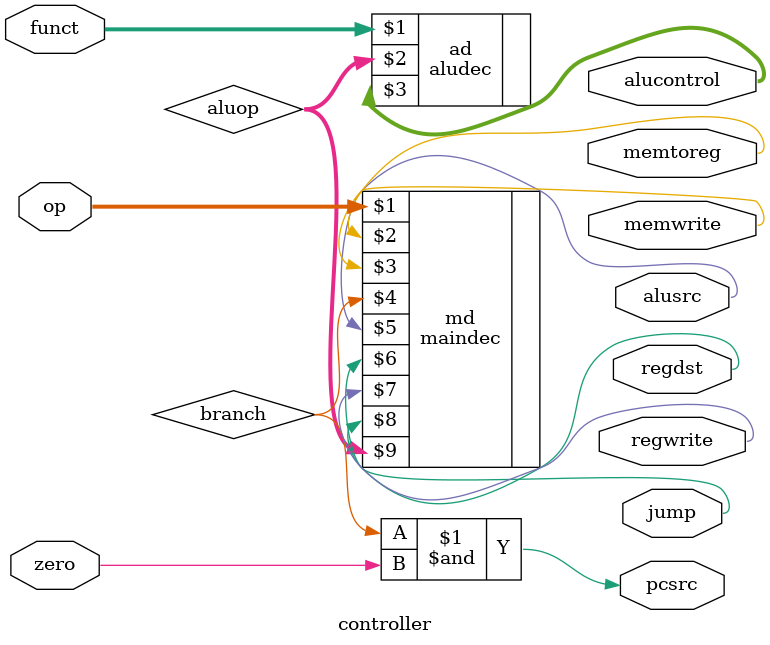
<source format=sv>

`ifndef CONTROLLER
`define CONTROLLER

`timescale 1ns/100ps

`include "../maindec/maindec.sv"
`include "../aludec/aludec.sv"

module controller(
        input logic [5:0] op, funct,
        input logic zero,
        output logic memtoreg, memwrite,
        output logic pcsrc, alusrc,
        output logic regdst, regwrite,
        output logic jump,
        output logic [2:0] alucontrol
    );

    logic [1:0] aluop;
    logic branch;
    maindec md(op, memtoreg, memwrite, branch, alusrc, regdst, regwrite, jump, aluop);
    aludec ad(funct, aluop, alucontrol);
    assign pcsrc = branch & zero;
endmodule
`endif
</source>
